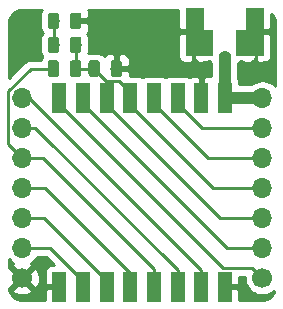
<source format=gtl>
G04 #@! TF.GenerationSoftware,KiCad,Pcbnew,(5.1.4)-1*
G04 #@! TF.CreationDate,2019-10-27T13:01:11+01:00*
G04 #@! TF.ProjectId,project,70726f6a-6563-4742-9e6b-696361645f70,1b*
G04 #@! TF.SameCoordinates,Original*
G04 #@! TF.FileFunction,Copper,L1,Top*
G04 #@! TF.FilePolarity,Positive*
%FSLAX46Y46*%
G04 Gerber Fmt 4.6, Leading zero omitted, Abs format (unit mm)*
G04 Created by KiCad (PCBNEW (5.1.4)-1) date 2019-10-27 13:01:11*
%MOMM*%
%LPD*%
G04 APERTURE LIST*
%ADD10R,1.200000X2.500000*%
%ADD11C,1.000000*%
%ADD12R,1.000000X1.050000*%
%ADD13R,1.050000X2.200000*%
%ADD14R,1.524000X4.064000*%
%ADD15C,0.100000*%
%ADD16C,0.975000*%
%ADD17O,1.700000X1.700000*%
%ADD18C,1.700000*%
%ADD19C,0.800000*%
%ADD20C,0.600000*%
%ADD21C,0.250000*%
%ADD22C,1.000000*%
%ADD23C,0.254000*%
G04 APERTURE END LIST*
D10*
X121130300Y-84278200D03*
X123130300Y-84278200D03*
X125130300Y-84278200D03*
X127130300Y-84278200D03*
X129130300Y-84278200D03*
X131130300Y-84278200D03*
X133130300Y-84278200D03*
X135130300Y-84278200D03*
X135130300Y-100278200D03*
X133130300Y-100278200D03*
X131130300Y-100278200D03*
X129130300Y-100278200D03*
X127130300Y-100278200D03*
X125130300Y-100278200D03*
X123130300Y-100278200D03*
X121130300Y-100278200D03*
D11*
X135126200Y-81113800D03*
D12*
X135126200Y-81098800D03*
D13*
X136601200Y-79593800D03*
X133651200Y-79593800D03*
D14*
X137666200Y-78663800D03*
X132586200Y-78663800D03*
D15*
G36*
X124346402Y-81091714D02*
G01*
X124370063Y-81095224D01*
X124393267Y-81101036D01*
X124415789Y-81109094D01*
X124437413Y-81119322D01*
X124457930Y-81131619D01*
X124477143Y-81145869D01*
X124494867Y-81161933D01*
X124510931Y-81179657D01*
X124525181Y-81198870D01*
X124537478Y-81219387D01*
X124547706Y-81241011D01*
X124555764Y-81263533D01*
X124561576Y-81286737D01*
X124565086Y-81310398D01*
X124566260Y-81334290D01*
X124566260Y-82246790D01*
X124565086Y-82270682D01*
X124561576Y-82294343D01*
X124555764Y-82317547D01*
X124547706Y-82340069D01*
X124537478Y-82361693D01*
X124525181Y-82382210D01*
X124510931Y-82401423D01*
X124494867Y-82419147D01*
X124477143Y-82435211D01*
X124457930Y-82449461D01*
X124437413Y-82461758D01*
X124415789Y-82471986D01*
X124393267Y-82480044D01*
X124370063Y-82485856D01*
X124346402Y-82489366D01*
X124322510Y-82490540D01*
X123835010Y-82490540D01*
X123811118Y-82489366D01*
X123787457Y-82485856D01*
X123764253Y-82480044D01*
X123741731Y-82471986D01*
X123720107Y-82461758D01*
X123699590Y-82449461D01*
X123680377Y-82435211D01*
X123662653Y-82419147D01*
X123646589Y-82401423D01*
X123632339Y-82382210D01*
X123620042Y-82361693D01*
X123609814Y-82340069D01*
X123601756Y-82317547D01*
X123595944Y-82294343D01*
X123592434Y-82270682D01*
X123591260Y-82246790D01*
X123591260Y-81334290D01*
X123592434Y-81310398D01*
X123595944Y-81286737D01*
X123601756Y-81263533D01*
X123609814Y-81241011D01*
X123620042Y-81219387D01*
X123632339Y-81198870D01*
X123646589Y-81179657D01*
X123662653Y-81161933D01*
X123680377Y-81145869D01*
X123699590Y-81131619D01*
X123720107Y-81119322D01*
X123741731Y-81109094D01*
X123764253Y-81101036D01*
X123787457Y-81095224D01*
X123811118Y-81091714D01*
X123835010Y-81090540D01*
X124322510Y-81090540D01*
X124346402Y-81091714D01*
X124346402Y-81091714D01*
G37*
D16*
X124078760Y-81790540D03*
D15*
G36*
X126221402Y-81091714D02*
G01*
X126245063Y-81095224D01*
X126268267Y-81101036D01*
X126290789Y-81109094D01*
X126312413Y-81119322D01*
X126332930Y-81131619D01*
X126352143Y-81145869D01*
X126369867Y-81161933D01*
X126385931Y-81179657D01*
X126400181Y-81198870D01*
X126412478Y-81219387D01*
X126422706Y-81241011D01*
X126430764Y-81263533D01*
X126436576Y-81286737D01*
X126440086Y-81310398D01*
X126441260Y-81334290D01*
X126441260Y-82246790D01*
X126440086Y-82270682D01*
X126436576Y-82294343D01*
X126430764Y-82317547D01*
X126422706Y-82340069D01*
X126412478Y-82361693D01*
X126400181Y-82382210D01*
X126385931Y-82401423D01*
X126369867Y-82419147D01*
X126352143Y-82435211D01*
X126332930Y-82449461D01*
X126312413Y-82461758D01*
X126290789Y-82471986D01*
X126268267Y-82480044D01*
X126245063Y-82485856D01*
X126221402Y-82489366D01*
X126197510Y-82490540D01*
X125710010Y-82490540D01*
X125686118Y-82489366D01*
X125662457Y-82485856D01*
X125639253Y-82480044D01*
X125616731Y-82471986D01*
X125595107Y-82461758D01*
X125574590Y-82449461D01*
X125555377Y-82435211D01*
X125537653Y-82419147D01*
X125521589Y-82401423D01*
X125507339Y-82382210D01*
X125495042Y-82361693D01*
X125484814Y-82340069D01*
X125476756Y-82317547D01*
X125470944Y-82294343D01*
X125467434Y-82270682D01*
X125466260Y-82246790D01*
X125466260Y-81334290D01*
X125467434Y-81310398D01*
X125470944Y-81286737D01*
X125476756Y-81263533D01*
X125484814Y-81241011D01*
X125495042Y-81219387D01*
X125507339Y-81198870D01*
X125521589Y-81179657D01*
X125537653Y-81161933D01*
X125555377Y-81145869D01*
X125574590Y-81131619D01*
X125595107Y-81119322D01*
X125616731Y-81109094D01*
X125639253Y-81101036D01*
X125662457Y-81095224D01*
X125686118Y-81091714D01*
X125710010Y-81090540D01*
X126197510Y-81090540D01*
X126221402Y-81091714D01*
X126221402Y-81091714D01*
G37*
D16*
X125953760Y-81790540D03*
D15*
G36*
X122761922Y-81091714D02*
G01*
X122785583Y-81095224D01*
X122808787Y-81101036D01*
X122831309Y-81109094D01*
X122852933Y-81119322D01*
X122873450Y-81131619D01*
X122892663Y-81145869D01*
X122910387Y-81161933D01*
X122926451Y-81179657D01*
X122940701Y-81198870D01*
X122952998Y-81219387D01*
X122963226Y-81241011D01*
X122971284Y-81263533D01*
X122977096Y-81286737D01*
X122980606Y-81310398D01*
X122981780Y-81334290D01*
X122981780Y-82246790D01*
X122980606Y-82270682D01*
X122977096Y-82294343D01*
X122971284Y-82317547D01*
X122963226Y-82340069D01*
X122952998Y-82361693D01*
X122940701Y-82382210D01*
X122926451Y-82401423D01*
X122910387Y-82419147D01*
X122892663Y-82435211D01*
X122873450Y-82449461D01*
X122852933Y-82461758D01*
X122831309Y-82471986D01*
X122808787Y-82480044D01*
X122785583Y-82485856D01*
X122761922Y-82489366D01*
X122738030Y-82490540D01*
X122250530Y-82490540D01*
X122226638Y-82489366D01*
X122202977Y-82485856D01*
X122179773Y-82480044D01*
X122157251Y-82471986D01*
X122135627Y-82461758D01*
X122115110Y-82449461D01*
X122095897Y-82435211D01*
X122078173Y-82419147D01*
X122062109Y-82401423D01*
X122047859Y-82382210D01*
X122035562Y-82361693D01*
X122025334Y-82340069D01*
X122017276Y-82317547D01*
X122011464Y-82294343D01*
X122007954Y-82270682D01*
X122006780Y-82246790D01*
X122006780Y-81334290D01*
X122007954Y-81310398D01*
X122011464Y-81286737D01*
X122017276Y-81263533D01*
X122025334Y-81241011D01*
X122035562Y-81219387D01*
X122047859Y-81198870D01*
X122062109Y-81179657D01*
X122078173Y-81161933D01*
X122095897Y-81145869D01*
X122115110Y-81131619D01*
X122135627Y-81119322D01*
X122157251Y-81109094D01*
X122179773Y-81101036D01*
X122202977Y-81095224D01*
X122226638Y-81091714D01*
X122250530Y-81090540D01*
X122738030Y-81090540D01*
X122761922Y-81091714D01*
X122761922Y-81091714D01*
G37*
D16*
X122494280Y-81790540D03*
D15*
G36*
X120886922Y-81091714D02*
G01*
X120910583Y-81095224D01*
X120933787Y-81101036D01*
X120956309Y-81109094D01*
X120977933Y-81119322D01*
X120998450Y-81131619D01*
X121017663Y-81145869D01*
X121035387Y-81161933D01*
X121051451Y-81179657D01*
X121065701Y-81198870D01*
X121077998Y-81219387D01*
X121088226Y-81241011D01*
X121096284Y-81263533D01*
X121102096Y-81286737D01*
X121105606Y-81310398D01*
X121106780Y-81334290D01*
X121106780Y-82246790D01*
X121105606Y-82270682D01*
X121102096Y-82294343D01*
X121096284Y-82317547D01*
X121088226Y-82340069D01*
X121077998Y-82361693D01*
X121065701Y-82382210D01*
X121051451Y-82401423D01*
X121035387Y-82419147D01*
X121017663Y-82435211D01*
X120998450Y-82449461D01*
X120977933Y-82461758D01*
X120956309Y-82471986D01*
X120933787Y-82480044D01*
X120910583Y-82485856D01*
X120886922Y-82489366D01*
X120863030Y-82490540D01*
X120375530Y-82490540D01*
X120351638Y-82489366D01*
X120327977Y-82485856D01*
X120304773Y-82480044D01*
X120282251Y-82471986D01*
X120260627Y-82461758D01*
X120240110Y-82449461D01*
X120220897Y-82435211D01*
X120203173Y-82419147D01*
X120187109Y-82401423D01*
X120172859Y-82382210D01*
X120160562Y-82361693D01*
X120150334Y-82340069D01*
X120142276Y-82317547D01*
X120136464Y-82294343D01*
X120132954Y-82270682D01*
X120131780Y-82246790D01*
X120131780Y-81334290D01*
X120132954Y-81310398D01*
X120136464Y-81286737D01*
X120142276Y-81263533D01*
X120150334Y-81241011D01*
X120160562Y-81219387D01*
X120172859Y-81198870D01*
X120187109Y-81179657D01*
X120203173Y-81161933D01*
X120220897Y-81145869D01*
X120240110Y-81131619D01*
X120260627Y-81119322D01*
X120282251Y-81109094D01*
X120304773Y-81101036D01*
X120327977Y-81095224D01*
X120351638Y-81091714D01*
X120375530Y-81090540D01*
X120863030Y-81090540D01*
X120886922Y-81091714D01*
X120886922Y-81091714D01*
G37*
D16*
X120619280Y-81790540D03*
D15*
G36*
X122774622Y-77053114D02*
G01*
X122798283Y-77056624D01*
X122821487Y-77062436D01*
X122844009Y-77070494D01*
X122865633Y-77080722D01*
X122886150Y-77093019D01*
X122905363Y-77107269D01*
X122923087Y-77123333D01*
X122939151Y-77141057D01*
X122953401Y-77160270D01*
X122965698Y-77180787D01*
X122975926Y-77202411D01*
X122983984Y-77224933D01*
X122989796Y-77248137D01*
X122993306Y-77271798D01*
X122994480Y-77295690D01*
X122994480Y-78208190D01*
X122993306Y-78232082D01*
X122989796Y-78255743D01*
X122983984Y-78278947D01*
X122975926Y-78301469D01*
X122965698Y-78323093D01*
X122953401Y-78343610D01*
X122939151Y-78362823D01*
X122923087Y-78380547D01*
X122905363Y-78396611D01*
X122886150Y-78410861D01*
X122865633Y-78423158D01*
X122844009Y-78433386D01*
X122821487Y-78441444D01*
X122798283Y-78447256D01*
X122774622Y-78450766D01*
X122750730Y-78451940D01*
X122263230Y-78451940D01*
X122239338Y-78450766D01*
X122215677Y-78447256D01*
X122192473Y-78441444D01*
X122169951Y-78433386D01*
X122148327Y-78423158D01*
X122127810Y-78410861D01*
X122108597Y-78396611D01*
X122090873Y-78380547D01*
X122074809Y-78362823D01*
X122060559Y-78343610D01*
X122048262Y-78323093D01*
X122038034Y-78301469D01*
X122029976Y-78278947D01*
X122024164Y-78255743D01*
X122020654Y-78232082D01*
X122019480Y-78208190D01*
X122019480Y-77295690D01*
X122020654Y-77271798D01*
X122024164Y-77248137D01*
X122029976Y-77224933D01*
X122038034Y-77202411D01*
X122048262Y-77180787D01*
X122060559Y-77160270D01*
X122074809Y-77141057D01*
X122090873Y-77123333D01*
X122108597Y-77107269D01*
X122127810Y-77093019D01*
X122148327Y-77080722D01*
X122169951Y-77070494D01*
X122192473Y-77062436D01*
X122215677Y-77056624D01*
X122239338Y-77053114D01*
X122263230Y-77051940D01*
X122750730Y-77051940D01*
X122774622Y-77053114D01*
X122774622Y-77053114D01*
G37*
D16*
X122506980Y-77751940D03*
D15*
G36*
X120899622Y-77053114D02*
G01*
X120923283Y-77056624D01*
X120946487Y-77062436D01*
X120969009Y-77070494D01*
X120990633Y-77080722D01*
X121011150Y-77093019D01*
X121030363Y-77107269D01*
X121048087Y-77123333D01*
X121064151Y-77141057D01*
X121078401Y-77160270D01*
X121090698Y-77180787D01*
X121100926Y-77202411D01*
X121108984Y-77224933D01*
X121114796Y-77248137D01*
X121118306Y-77271798D01*
X121119480Y-77295690D01*
X121119480Y-78208190D01*
X121118306Y-78232082D01*
X121114796Y-78255743D01*
X121108984Y-78278947D01*
X121100926Y-78301469D01*
X121090698Y-78323093D01*
X121078401Y-78343610D01*
X121064151Y-78362823D01*
X121048087Y-78380547D01*
X121030363Y-78396611D01*
X121011150Y-78410861D01*
X120990633Y-78423158D01*
X120969009Y-78433386D01*
X120946487Y-78441444D01*
X120923283Y-78447256D01*
X120899622Y-78450766D01*
X120875730Y-78451940D01*
X120388230Y-78451940D01*
X120364338Y-78450766D01*
X120340677Y-78447256D01*
X120317473Y-78441444D01*
X120294951Y-78433386D01*
X120273327Y-78423158D01*
X120252810Y-78410861D01*
X120233597Y-78396611D01*
X120215873Y-78380547D01*
X120199809Y-78362823D01*
X120185559Y-78343610D01*
X120173262Y-78323093D01*
X120163034Y-78301469D01*
X120154976Y-78278947D01*
X120149164Y-78255743D01*
X120145654Y-78232082D01*
X120144480Y-78208190D01*
X120144480Y-77295690D01*
X120145654Y-77271798D01*
X120149164Y-77248137D01*
X120154976Y-77224933D01*
X120163034Y-77202411D01*
X120173262Y-77180787D01*
X120185559Y-77160270D01*
X120199809Y-77141057D01*
X120215873Y-77123333D01*
X120233597Y-77107269D01*
X120252810Y-77093019D01*
X120273327Y-77080722D01*
X120294951Y-77070494D01*
X120317473Y-77062436D01*
X120340677Y-77056624D01*
X120364338Y-77053114D01*
X120388230Y-77051940D01*
X120875730Y-77051940D01*
X120899622Y-77053114D01*
X120899622Y-77053114D01*
G37*
D16*
X120631980Y-77751940D03*
D15*
G36*
X120899622Y-79082574D02*
G01*
X120923283Y-79086084D01*
X120946487Y-79091896D01*
X120969009Y-79099954D01*
X120990633Y-79110182D01*
X121011150Y-79122479D01*
X121030363Y-79136729D01*
X121048087Y-79152793D01*
X121064151Y-79170517D01*
X121078401Y-79189730D01*
X121090698Y-79210247D01*
X121100926Y-79231871D01*
X121108984Y-79254393D01*
X121114796Y-79277597D01*
X121118306Y-79301258D01*
X121119480Y-79325150D01*
X121119480Y-80237650D01*
X121118306Y-80261542D01*
X121114796Y-80285203D01*
X121108984Y-80308407D01*
X121100926Y-80330929D01*
X121090698Y-80352553D01*
X121078401Y-80373070D01*
X121064151Y-80392283D01*
X121048087Y-80410007D01*
X121030363Y-80426071D01*
X121011150Y-80440321D01*
X120990633Y-80452618D01*
X120969009Y-80462846D01*
X120946487Y-80470904D01*
X120923283Y-80476716D01*
X120899622Y-80480226D01*
X120875730Y-80481400D01*
X120388230Y-80481400D01*
X120364338Y-80480226D01*
X120340677Y-80476716D01*
X120317473Y-80470904D01*
X120294951Y-80462846D01*
X120273327Y-80452618D01*
X120252810Y-80440321D01*
X120233597Y-80426071D01*
X120215873Y-80410007D01*
X120199809Y-80392283D01*
X120185559Y-80373070D01*
X120173262Y-80352553D01*
X120163034Y-80330929D01*
X120154976Y-80308407D01*
X120149164Y-80285203D01*
X120145654Y-80261542D01*
X120144480Y-80237650D01*
X120144480Y-79325150D01*
X120145654Y-79301258D01*
X120149164Y-79277597D01*
X120154976Y-79254393D01*
X120163034Y-79231871D01*
X120173262Y-79210247D01*
X120185559Y-79189730D01*
X120199809Y-79170517D01*
X120215873Y-79152793D01*
X120233597Y-79136729D01*
X120252810Y-79122479D01*
X120273327Y-79110182D01*
X120294951Y-79099954D01*
X120317473Y-79091896D01*
X120340677Y-79086084D01*
X120364338Y-79082574D01*
X120388230Y-79081400D01*
X120875730Y-79081400D01*
X120899622Y-79082574D01*
X120899622Y-79082574D01*
G37*
D16*
X120631980Y-79781400D03*
D15*
G36*
X122774622Y-79082574D02*
G01*
X122798283Y-79086084D01*
X122821487Y-79091896D01*
X122844009Y-79099954D01*
X122865633Y-79110182D01*
X122886150Y-79122479D01*
X122905363Y-79136729D01*
X122923087Y-79152793D01*
X122939151Y-79170517D01*
X122953401Y-79189730D01*
X122965698Y-79210247D01*
X122975926Y-79231871D01*
X122983984Y-79254393D01*
X122989796Y-79277597D01*
X122993306Y-79301258D01*
X122994480Y-79325150D01*
X122994480Y-80237650D01*
X122993306Y-80261542D01*
X122989796Y-80285203D01*
X122983984Y-80308407D01*
X122975926Y-80330929D01*
X122965698Y-80352553D01*
X122953401Y-80373070D01*
X122939151Y-80392283D01*
X122923087Y-80410007D01*
X122905363Y-80426071D01*
X122886150Y-80440321D01*
X122865633Y-80452618D01*
X122844009Y-80462846D01*
X122821487Y-80470904D01*
X122798283Y-80476716D01*
X122774622Y-80480226D01*
X122750730Y-80481400D01*
X122263230Y-80481400D01*
X122239338Y-80480226D01*
X122215677Y-80476716D01*
X122192473Y-80470904D01*
X122169951Y-80462846D01*
X122148327Y-80452618D01*
X122127810Y-80440321D01*
X122108597Y-80426071D01*
X122090873Y-80410007D01*
X122074809Y-80392283D01*
X122060559Y-80373070D01*
X122048262Y-80352553D01*
X122038034Y-80330929D01*
X122029976Y-80308407D01*
X122024164Y-80285203D01*
X122020654Y-80261542D01*
X122019480Y-80237650D01*
X122019480Y-79325150D01*
X122020654Y-79301258D01*
X122024164Y-79277597D01*
X122029976Y-79254393D01*
X122038034Y-79231871D01*
X122048262Y-79210247D01*
X122060559Y-79189730D01*
X122074809Y-79170517D01*
X122090873Y-79152793D01*
X122108597Y-79136729D01*
X122127810Y-79122479D01*
X122148327Y-79110182D01*
X122169951Y-79099954D01*
X122192473Y-79091896D01*
X122215677Y-79086084D01*
X122239338Y-79082574D01*
X122263230Y-79081400D01*
X122750730Y-79081400D01*
X122774622Y-79082574D01*
X122774622Y-79082574D01*
G37*
D16*
X122506980Y-79781400D03*
D17*
X117970300Y-84277200D03*
X117970300Y-86817200D03*
X117970300Y-89357200D03*
X117970300Y-91897200D03*
X117970300Y-94437200D03*
X117970300Y-96977200D03*
D18*
X117970300Y-99517200D03*
D17*
X138303000Y-84277200D03*
X138303000Y-86817200D03*
X138303000Y-89357200D03*
X138303000Y-91897200D03*
X138303000Y-94437200D03*
X138303000Y-96977200D03*
D18*
X138303000Y-99517200D03*
D19*
X135133080Y-100799900D03*
D20*
X117139720Y-81795620D03*
X131547620Y-81404460D03*
X132547620Y-81404460D03*
X133547620Y-81404460D03*
X136653540Y-81404460D03*
X137653540Y-81404460D03*
X138653540Y-81404460D03*
X131547620Y-82204460D03*
X132547620Y-82204460D03*
X133547620Y-82204460D03*
X136653540Y-82204460D03*
X137653540Y-82204460D03*
X138653540Y-82204460D03*
D19*
X135120380Y-81107278D03*
D21*
X135130300Y-100278200D02*
X135153398Y-100301298D01*
X135153398Y-100301298D02*
X135153398Y-100309680D01*
X137657840Y-78384400D02*
X136727840Y-79314400D01*
X132577840Y-78384400D02*
X133507840Y-79314400D01*
X122506980Y-77906400D02*
X122506980Y-77751940D01*
X137100919Y-91897200D02*
X138303000Y-91897200D01*
X134152640Y-91897200D02*
X137100919Y-91897200D01*
X127130300Y-84278200D02*
X127130300Y-84874860D01*
X127130300Y-84874860D02*
X134152640Y-91897200D01*
X122506980Y-81777840D02*
X122494280Y-81790540D01*
X122506980Y-79781400D02*
X122506980Y-81777840D01*
X122494280Y-81790540D02*
X124078760Y-81790540D01*
X127130300Y-83778200D02*
X127130300Y-84278200D01*
X126167650Y-82815550D02*
X127130300Y-83778200D01*
X125103770Y-82815550D02*
X126167650Y-82815550D01*
X124078760Y-81790540D02*
X125103770Y-82815550D01*
X123130300Y-99778200D02*
X123130300Y-100278200D01*
X120329300Y-96977200D02*
X123130300Y-99778200D01*
X117970300Y-96977200D02*
X120329300Y-96977200D01*
X125130300Y-99778200D02*
X125130300Y-100278200D01*
X119794380Y-94442280D02*
X125130300Y-99778200D01*
X117970300Y-94437200D02*
X117975380Y-94442280D01*
X117975380Y-94442280D02*
X119794380Y-94442280D01*
X127130300Y-99124260D02*
X127130300Y-100278200D01*
X119918480Y-91912440D02*
X127130300Y-99124260D01*
X117970300Y-91897200D02*
X117985540Y-91912440D01*
X117985540Y-91912440D02*
X119918480Y-91912440D01*
X117120301Y-88507201D02*
X117970300Y-89357200D01*
X116795299Y-88182199D02*
X117120301Y-88507201D01*
X116795299Y-83713199D02*
X116795299Y-88182199D01*
X129130300Y-98726500D02*
X129130300Y-100278200D01*
X119730520Y-89326720D02*
X129130300Y-98726500D01*
X117970300Y-89357200D02*
X118000780Y-89326720D01*
X118000780Y-89326720D02*
X119730520Y-89326720D01*
X118717958Y-81790540D02*
X116795299Y-83713199D01*
X120619280Y-81790540D02*
X118717958Y-81790540D01*
X131130300Y-98857060D02*
X131130300Y-100278200D01*
X117970300Y-86817200D02*
X119090440Y-86817200D01*
X119090440Y-86817200D02*
X131130300Y-98857060D01*
X133130300Y-99778200D02*
X133130300Y-100278200D01*
X133130300Y-98870780D02*
X133130300Y-99778200D01*
X117970300Y-84277200D02*
X118536720Y-84277200D01*
X118536720Y-84277200D02*
X133130300Y-98870780D01*
D22*
X138302000Y-84278200D02*
X138303000Y-84277200D01*
X135130300Y-84278200D02*
X138302000Y-84278200D01*
X135117840Y-80819400D02*
X135117840Y-80819400D01*
X135130300Y-84278200D02*
X135130300Y-81117198D01*
X135130300Y-81117198D02*
X135120380Y-81107278D01*
D21*
X137100919Y-86817200D02*
X138303000Y-86817200D01*
X133169300Y-86817200D02*
X137100919Y-86817200D01*
X131130300Y-84778200D02*
X133169300Y-86817200D01*
X131130300Y-84278200D02*
X131130300Y-84778200D01*
X137100919Y-89357200D02*
X138303000Y-89357200D01*
X133709300Y-89357200D02*
X137100919Y-89357200D01*
X129130300Y-84778200D02*
X133709300Y-89357200D01*
X129130300Y-84278200D02*
X129130300Y-84778200D01*
X137100919Y-94437200D02*
X138303000Y-94437200D01*
X134691120Y-94437200D02*
X137100919Y-94437200D01*
X125130300Y-84278200D02*
X125130300Y-84876380D01*
X125130300Y-84876380D02*
X134691120Y-94437200D01*
X137100919Y-96977200D02*
X138303000Y-96977200D01*
X135310880Y-96977200D02*
X137100919Y-96977200D01*
X123130300Y-84278200D02*
X123130300Y-84796620D01*
X123130300Y-84796620D02*
X135310880Y-96977200D01*
X137453001Y-98667201D02*
X138303000Y-99517200D01*
X135019681Y-98667201D02*
X137453001Y-98667201D01*
X121130300Y-84278200D02*
X121130300Y-84777820D01*
X121130300Y-84777820D02*
X135019681Y-98667201D01*
X120405920Y-79580740D02*
X120441480Y-79616300D01*
X120631980Y-77751940D02*
X120631980Y-79781400D01*
D23*
G36*
X136818000Y-99663460D02*
G01*
X136875068Y-99950358D01*
X136987010Y-100220611D01*
X137149525Y-100463832D01*
X137356368Y-100670675D01*
X137599589Y-100833190D01*
X137869842Y-100945132D01*
X138156740Y-101002200D01*
X138449260Y-101002200D01*
X138736158Y-100945132D01*
X139006411Y-100833190D01*
X139249632Y-100670675D01*
X139312156Y-100608151D01*
X139283176Y-100704135D01*
X139181003Y-100896295D01*
X139043454Y-101064947D01*
X138875762Y-101203673D01*
X138684324Y-101307183D01*
X138476426Y-101371539D01*
X138228467Y-101397600D01*
X136367956Y-101397600D01*
X136365300Y-100563950D01*
X136206550Y-100405200D01*
X135257300Y-100405200D01*
X135257300Y-100425200D01*
X135003300Y-100425200D01*
X135003300Y-100405200D01*
X134983300Y-100405200D01*
X134983300Y-100151200D01*
X135003300Y-100151200D01*
X135003300Y-100131200D01*
X135257300Y-100131200D01*
X135257300Y-100151200D01*
X136206550Y-100151200D01*
X136365300Y-99992450D01*
X136367101Y-99427201D01*
X136818000Y-99427201D01*
X136818000Y-99663460D01*
X136818000Y-99663460D01*
G37*
X136818000Y-99663460D02*
X136875068Y-99950358D01*
X136987010Y-100220611D01*
X137149525Y-100463832D01*
X137356368Y-100670675D01*
X137599589Y-100833190D01*
X137869842Y-100945132D01*
X138156740Y-101002200D01*
X138449260Y-101002200D01*
X138736158Y-100945132D01*
X139006411Y-100833190D01*
X139249632Y-100670675D01*
X139312156Y-100608151D01*
X139283176Y-100704135D01*
X139181003Y-100896295D01*
X139043454Y-101064947D01*
X138875762Y-101203673D01*
X138684324Y-101307183D01*
X138476426Y-101371539D01*
X138228467Y-101397600D01*
X136367956Y-101397600D01*
X136365300Y-100563950D01*
X136206550Y-100405200D01*
X135257300Y-100405200D01*
X135257300Y-100425200D01*
X135003300Y-100425200D01*
X135003300Y-100405200D01*
X134983300Y-100405200D01*
X134983300Y-100151200D01*
X135003300Y-100151200D01*
X135003300Y-100131200D01*
X135257300Y-100131200D01*
X135257300Y-100151200D01*
X136206550Y-100151200D01*
X136365300Y-99992450D01*
X136367101Y-99427201D01*
X136818000Y-99427201D01*
X136818000Y-99663460D01*
G36*
X120668780Y-98391482D02*
G01*
X120530300Y-98390128D01*
X120405818Y-98402388D01*
X120286120Y-98438698D01*
X120175806Y-98497663D01*
X120079115Y-98577015D01*
X119999763Y-98673706D01*
X119940798Y-98784020D01*
X119904488Y-98903718D01*
X119892228Y-99028200D01*
X119895300Y-99992450D01*
X120054050Y-100151200D01*
X121003300Y-100151200D01*
X121003300Y-100131200D01*
X121257300Y-100131200D01*
X121257300Y-100151200D01*
X121277300Y-100151200D01*
X121277300Y-100405200D01*
X121257300Y-100405200D01*
X121257300Y-100425200D01*
X121003300Y-100425200D01*
X121003300Y-100405200D01*
X120054050Y-100405200D01*
X119895300Y-100563950D01*
X119892644Y-101397600D01*
X118003804Y-101397600D01*
X117753704Y-101373078D01*
X117545365Y-101310176D01*
X117353205Y-101208003D01*
X117184553Y-101070454D01*
X117045827Y-100902762D01*
X116942317Y-100711324D01*
X116891016Y-100545597D01*
X117121508Y-100545597D01*
X117199143Y-100794672D01*
X117463183Y-100920571D01*
X117746711Y-100992539D01*
X118038831Y-101007811D01*
X118328319Y-100965799D01*
X118604047Y-100868119D01*
X118741457Y-100794672D01*
X118819092Y-100545597D01*
X117970300Y-99696805D01*
X117121508Y-100545597D01*
X116891016Y-100545597D01*
X116877961Y-100503426D01*
X116860862Y-100340732D01*
X116941903Y-100365992D01*
X117790695Y-99517200D01*
X118149905Y-99517200D01*
X118998697Y-100365992D01*
X119247772Y-100288357D01*
X119373671Y-100024317D01*
X119445639Y-99740789D01*
X119460911Y-99448669D01*
X119418899Y-99159181D01*
X119321219Y-98883453D01*
X119247772Y-98746043D01*
X118998697Y-98668408D01*
X118149905Y-99517200D01*
X117790695Y-99517200D01*
X116941903Y-98668408D01*
X116851900Y-98696461D01*
X116851900Y-97955244D01*
X116915166Y-98032334D01*
X117141286Y-98217906D01*
X117196711Y-98247531D01*
X117121508Y-98488803D01*
X117970300Y-99337595D01*
X118819092Y-98488803D01*
X118743889Y-98247531D01*
X118799314Y-98217906D01*
X119025434Y-98032334D01*
X119211006Y-97806214D01*
X119247895Y-97737200D01*
X120014499Y-97737200D01*
X120668780Y-98391482D01*
X120668780Y-98391482D01*
G37*
X120668780Y-98391482D02*
X120530300Y-98390128D01*
X120405818Y-98402388D01*
X120286120Y-98438698D01*
X120175806Y-98497663D01*
X120079115Y-98577015D01*
X119999763Y-98673706D01*
X119940798Y-98784020D01*
X119904488Y-98903718D01*
X119892228Y-99028200D01*
X119895300Y-99992450D01*
X120054050Y-100151200D01*
X121003300Y-100151200D01*
X121003300Y-100131200D01*
X121257300Y-100131200D01*
X121257300Y-100151200D01*
X121277300Y-100151200D01*
X121277300Y-100405200D01*
X121257300Y-100405200D01*
X121257300Y-100425200D01*
X121003300Y-100425200D01*
X121003300Y-100405200D01*
X120054050Y-100405200D01*
X119895300Y-100563950D01*
X119892644Y-101397600D01*
X118003804Y-101397600D01*
X117753704Y-101373078D01*
X117545365Y-101310176D01*
X117353205Y-101208003D01*
X117184553Y-101070454D01*
X117045827Y-100902762D01*
X116942317Y-100711324D01*
X116891016Y-100545597D01*
X117121508Y-100545597D01*
X117199143Y-100794672D01*
X117463183Y-100920571D01*
X117746711Y-100992539D01*
X118038831Y-101007811D01*
X118328319Y-100965799D01*
X118604047Y-100868119D01*
X118741457Y-100794672D01*
X118819092Y-100545597D01*
X117970300Y-99696805D01*
X117121508Y-100545597D01*
X116891016Y-100545597D01*
X116877961Y-100503426D01*
X116860862Y-100340732D01*
X116941903Y-100365992D01*
X117790695Y-99517200D01*
X118149905Y-99517200D01*
X118998697Y-100365992D01*
X119247772Y-100288357D01*
X119373671Y-100024317D01*
X119445639Y-99740789D01*
X119460911Y-99448669D01*
X119418899Y-99159181D01*
X119321219Y-98883453D01*
X119247772Y-98746043D01*
X118998697Y-98668408D01*
X118149905Y-99517200D01*
X117790695Y-99517200D01*
X116941903Y-98668408D01*
X116851900Y-98696461D01*
X116851900Y-97955244D01*
X116915166Y-98032334D01*
X117141286Y-98217906D01*
X117196711Y-98247531D01*
X117121508Y-98488803D01*
X117970300Y-99337595D01*
X118819092Y-98488803D01*
X118743889Y-98247531D01*
X118799314Y-98217906D01*
X119025434Y-98032334D01*
X119211006Y-97806214D01*
X119247895Y-97737200D01*
X120014499Y-97737200D01*
X120668780Y-98391482D01*
G36*
X131189200Y-78378050D02*
G01*
X131347950Y-78536800D01*
X132459200Y-78536800D01*
X132459200Y-78516800D01*
X132488215Y-78516800D01*
X132491200Y-79308050D01*
X132649950Y-79466800D01*
X132713200Y-79466800D01*
X132713200Y-79720800D01*
X132649950Y-79720800D01*
X132491200Y-79879550D01*
X132488128Y-80693800D01*
X132500388Y-80818282D01*
X132536698Y-80937980D01*
X132595663Y-81048294D01*
X132675015Y-81144985D01*
X132737026Y-81195876D01*
X132871950Y-81330800D01*
X133348200Y-81333872D01*
X133472682Y-81321612D01*
X133592380Y-81285302D01*
X133702694Y-81226337D01*
X133778200Y-81164371D01*
X133778200Y-81170050D01*
X133936950Y-81328800D01*
X133988128Y-81329457D01*
X133988128Y-81623800D01*
X133995301Y-81696629D01*
X133995301Y-82449827D01*
X133974480Y-82438698D01*
X133854782Y-82402388D01*
X133730300Y-82390128D01*
X133416050Y-82393200D01*
X133257300Y-82551950D01*
X133257300Y-84151200D01*
X133277300Y-84151200D01*
X133277300Y-84405200D01*
X133257300Y-84405200D01*
X133257300Y-84425200D01*
X133003300Y-84425200D01*
X133003300Y-84405200D01*
X132983300Y-84405200D01*
X132983300Y-84151200D01*
X133003300Y-84151200D01*
X133003300Y-82551950D01*
X132844550Y-82393200D01*
X132530300Y-82390128D01*
X132405818Y-82402388D01*
X132286120Y-82438698D01*
X132175806Y-82497663D01*
X132130300Y-82535009D01*
X132084794Y-82497663D01*
X131974480Y-82438698D01*
X131854782Y-82402388D01*
X131730300Y-82390128D01*
X130530300Y-82390128D01*
X130405818Y-82402388D01*
X130286120Y-82438698D01*
X130175806Y-82497663D01*
X130130300Y-82535009D01*
X130084794Y-82497663D01*
X129974480Y-82438698D01*
X129854782Y-82402388D01*
X129730300Y-82390128D01*
X128530300Y-82390128D01*
X128405818Y-82402388D01*
X128286120Y-82438698D01*
X128175806Y-82497663D01*
X128130300Y-82535009D01*
X128084794Y-82497663D01*
X127974480Y-82438698D01*
X127854782Y-82402388D01*
X127730300Y-82390128D01*
X127078587Y-82390128D01*
X127076260Y-82076290D01*
X126917510Y-81917540D01*
X126080760Y-81917540D01*
X126080760Y-81937540D01*
X125826760Y-81937540D01*
X125826760Y-81917540D01*
X125806760Y-81917540D01*
X125806760Y-81663540D01*
X125826760Y-81663540D01*
X125826760Y-80614290D01*
X126080760Y-80614290D01*
X126080760Y-81663540D01*
X126917510Y-81663540D01*
X127076260Y-81504790D01*
X127079332Y-81090540D01*
X127067072Y-80966058D01*
X127030762Y-80846360D01*
X126971797Y-80736046D01*
X126938769Y-80695800D01*
X131186128Y-80695800D01*
X131198388Y-80820282D01*
X131234698Y-80939980D01*
X131293663Y-81050294D01*
X131373015Y-81146985D01*
X131469706Y-81226337D01*
X131580020Y-81285302D01*
X131699718Y-81321612D01*
X131824200Y-81333872D01*
X132300450Y-81330800D01*
X132459200Y-81172050D01*
X132459200Y-78790800D01*
X131347950Y-78790800D01*
X131189200Y-78949550D01*
X131186128Y-80695800D01*
X126938769Y-80695800D01*
X126892445Y-80639355D01*
X126795754Y-80560003D01*
X126685440Y-80501038D01*
X126565742Y-80464728D01*
X126441260Y-80452468D01*
X126239510Y-80455540D01*
X126080760Y-80614290D01*
X125826760Y-80614290D01*
X125668010Y-80455540D01*
X125466260Y-80452468D01*
X125341778Y-80464728D01*
X125222080Y-80501038D01*
X125111766Y-80560003D01*
X125015075Y-80639355D01*
X124951268Y-80717104D01*
X124946052Y-80710748D01*
X124812424Y-80601082D01*
X124659969Y-80519593D01*
X124494545Y-80469412D01*
X124322510Y-80452468D01*
X123835010Y-80452468D01*
X123662975Y-80469412D01*
X123590853Y-80491290D01*
X123615608Y-80409685D01*
X123632552Y-80237650D01*
X123632552Y-79325150D01*
X123615608Y-79153115D01*
X123565427Y-78987691D01*
X123490817Y-78848106D01*
X123525017Y-78806434D01*
X123583982Y-78696120D01*
X123620292Y-78576422D01*
X123632552Y-78451940D01*
X123629480Y-78037690D01*
X123470730Y-77878940D01*
X122633980Y-77878940D01*
X122633980Y-77898940D01*
X122379980Y-77898940D01*
X122379980Y-77878940D01*
X122359980Y-77878940D01*
X122359980Y-77624940D01*
X122379980Y-77624940D01*
X122379980Y-77604940D01*
X122633980Y-77604940D01*
X122633980Y-77624940D01*
X123470730Y-77624940D01*
X123629480Y-77466190D01*
X123632552Y-77051940D01*
X123620292Y-76927458D01*
X123583982Y-76807760D01*
X123581823Y-76803720D01*
X131186430Y-76803720D01*
X131189200Y-78378050D01*
X131189200Y-78378050D01*
G37*
X131189200Y-78378050D02*
X131347950Y-78536800D01*
X132459200Y-78536800D01*
X132459200Y-78516800D01*
X132488215Y-78516800D01*
X132491200Y-79308050D01*
X132649950Y-79466800D01*
X132713200Y-79466800D01*
X132713200Y-79720800D01*
X132649950Y-79720800D01*
X132491200Y-79879550D01*
X132488128Y-80693800D01*
X132500388Y-80818282D01*
X132536698Y-80937980D01*
X132595663Y-81048294D01*
X132675015Y-81144985D01*
X132737026Y-81195876D01*
X132871950Y-81330800D01*
X133348200Y-81333872D01*
X133472682Y-81321612D01*
X133592380Y-81285302D01*
X133702694Y-81226337D01*
X133778200Y-81164371D01*
X133778200Y-81170050D01*
X133936950Y-81328800D01*
X133988128Y-81329457D01*
X133988128Y-81623800D01*
X133995301Y-81696629D01*
X133995301Y-82449827D01*
X133974480Y-82438698D01*
X133854782Y-82402388D01*
X133730300Y-82390128D01*
X133416050Y-82393200D01*
X133257300Y-82551950D01*
X133257300Y-84151200D01*
X133277300Y-84151200D01*
X133277300Y-84405200D01*
X133257300Y-84405200D01*
X133257300Y-84425200D01*
X133003300Y-84425200D01*
X133003300Y-84405200D01*
X132983300Y-84405200D01*
X132983300Y-84151200D01*
X133003300Y-84151200D01*
X133003300Y-82551950D01*
X132844550Y-82393200D01*
X132530300Y-82390128D01*
X132405818Y-82402388D01*
X132286120Y-82438698D01*
X132175806Y-82497663D01*
X132130300Y-82535009D01*
X132084794Y-82497663D01*
X131974480Y-82438698D01*
X131854782Y-82402388D01*
X131730300Y-82390128D01*
X130530300Y-82390128D01*
X130405818Y-82402388D01*
X130286120Y-82438698D01*
X130175806Y-82497663D01*
X130130300Y-82535009D01*
X130084794Y-82497663D01*
X129974480Y-82438698D01*
X129854782Y-82402388D01*
X129730300Y-82390128D01*
X128530300Y-82390128D01*
X128405818Y-82402388D01*
X128286120Y-82438698D01*
X128175806Y-82497663D01*
X128130300Y-82535009D01*
X128084794Y-82497663D01*
X127974480Y-82438698D01*
X127854782Y-82402388D01*
X127730300Y-82390128D01*
X127078587Y-82390128D01*
X127076260Y-82076290D01*
X126917510Y-81917540D01*
X126080760Y-81917540D01*
X126080760Y-81937540D01*
X125826760Y-81937540D01*
X125826760Y-81917540D01*
X125806760Y-81917540D01*
X125806760Y-81663540D01*
X125826760Y-81663540D01*
X125826760Y-80614290D01*
X126080760Y-80614290D01*
X126080760Y-81663540D01*
X126917510Y-81663540D01*
X127076260Y-81504790D01*
X127079332Y-81090540D01*
X127067072Y-80966058D01*
X127030762Y-80846360D01*
X126971797Y-80736046D01*
X126938769Y-80695800D01*
X131186128Y-80695800D01*
X131198388Y-80820282D01*
X131234698Y-80939980D01*
X131293663Y-81050294D01*
X131373015Y-81146985D01*
X131469706Y-81226337D01*
X131580020Y-81285302D01*
X131699718Y-81321612D01*
X131824200Y-81333872D01*
X132300450Y-81330800D01*
X132459200Y-81172050D01*
X132459200Y-78790800D01*
X131347950Y-78790800D01*
X131189200Y-78949550D01*
X131186128Y-80695800D01*
X126938769Y-80695800D01*
X126892445Y-80639355D01*
X126795754Y-80560003D01*
X126685440Y-80501038D01*
X126565742Y-80464728D01*
X126441260Y-80452468D01*
X126239510Y-80455540D01*
X126080760Y-80614290D01*
X125826760Y-80614290D01*
X125668010Y-80455540D01*
X125466260Y-80452468D01*
X125341778Y-80464728D01*
X125222080Y-80501038D01*
X125111766Y-80560003D01*
X125015075Y-80639355D01*
X124951268Y-80717104D01*
X124946052Y-80710748D01*
X124812424Y-80601082D01*
X124659969Y-80519593D01*
X124494545Y-80469412D01*
X124322510Y-80452468D01*
X123835010Y-80452468D01*
X123662975Y-80469412D01*
X123590853Y-80491290D01*
X123615608Y-80409685D01*
X123632552Y-80237650D01*
X123632552Y-79325150D01*
X123615608Y-79153115D01*
X123565427Y-78987691D01*
X123490817Y-78848106D01*
X123525017Y-78806434D01*
X123583982Y-78696120D01*
X123620292Y-78576422D01*
X123632552Y-78451940D01*
X123629480Y-78037690D01*
X123470730Y-77878940D01*
X122633980Y-77878940D01*
X122633980Y-77898940D01*
X122379980Y-77898940D01*
X122379980Y-77878940D01*
X122359980Y-77878940D01*
X122359980Y-77624940D01*
X122379980Y-77624940D01*
X122379980Y-77604940D01*
X122633980Y-77604940D01*
X122633980Y-77624940D01*
X123470730Y-77624940D01*
X123629480Y-77466190D01*
X123632552Y-77051940D01*
X123620292Y-76927458D01*
X123583982Y-76807760D01*
X123581823Y-76803720D01*
X131186430Y-76803720D01*
X131189200Y-78378050D01*
G36*
X139176670Y-77298553D02*
G01*
X139280183Y-77489995D01*
X139344539Y-77697894D01*
X139370601Y-77945862D01*
X139370601Y-83237257D01*
X139358134Y-83222066D01*
X139132014Y-83036494D01*
X138874034Y-82898601D01*
X138594111Y-82813687D01*
X138375950Y-82792200D01*
X138230050Y-82792200D01*
X138011889Y-82813687D01*
X137731966Y-82898601D01*
X137473986Y-83036494D01*
X137343964Y-83143200D01*
X136368372Y-83143200D01*
X136368372Y-83028200D01*
X136356112Y-82903718D01*
X136319802Y-82784020D01*
X136265300Y-82682056D01*
X136265300Y-81329444D01*
X136315450Y-81328800D01*
X136474200Y-81170050D01*
X136474200Y-81164371D01*
X136549706Y-81226337D01*
X136660020Y-81285302D01*
X136779718Y-81321612D01*
X136904200Y-81333872D01*
X137380450Y-81330800D01*
X137515374Y-81195876D01*
X137577385Y-81144985D01*
X137656737Y-81048294D01*
X137715702Y-80937980D01*
X137752012Y-80818282D01*
X137764272Y-80693800D01*
X137761200Y-79879550D01*
X137602450Y-79720800D01*
X137539200Y-79720800D01*
X137539200Y-79466800D01*
X137602450Y-79466800D01*
X137761200Y-79308050D01*
X137763151Y-78790800D01*
X137793200Y-78790800D01*
X137793200Y-81172050D01*
X137951950Y-81330800D01*
X138428200Y-81333872D01*
X138552682Y-81321612D01*
X138672380Y-81285302D01*
X138782694Y-81226337D01*
X138879385Y-81146985D01*
X138958737Y-81050294D01*
X139017702Y-80939980D01*
X139054012Y-80820282D01*
X139066272Y-80695800D01*
X139063200Y-78949550D01*
X138904450Y-78790800D01*
X137793200Y-78790800D01*
X137763151Y-78790800D01*
X137764185Y-78516800D01*
X137793200Y-78516800D01*
X137793200Y-78536800D01*
X138904450Y-78536800D01*
X139063200Y-78378050D01*
X139065336Y-77163973D01*
X139176670Y-77298553D01*
X139176670Y-77298553D01*
G37*
X139176670Y-77298553D02*
X139280183Y-77489995D01*
X139344539Y-77697894D01*
X139370601Y-77945862D01*
X139370601Y-83237257D01*
X139358134Y-83222066D01*
X139132014Y-83036494D01*
X138874034Y-82898601D01*
X138594111Y-82813687D01*
X138375950Y-82792200D01*
X138230050Y-82792200D01*
X138011889Y-82813687D01*
X137731966Y-82898601D01*
X137473986Y-83036494D01*
X137343964Y-83143200D01*
X136368372Y-83143200D01*
X136368372Y-83028200D01*
X136356112Y-82903718D01*
X136319802Y-82784020D01*
X136265300Y-82682056D01*
X136265300Y-81329444D01*
X136315450Y-81328800D01*
X136474200Y-81170050D01*
X136474200Y-81164371D01*
X136549706Y-81226337D01*
X136660020Y-81285302D01*
X136779718Y-81321612D01*
X136904200Y-81333872D01*
X137380450Y-81330800D01*
X137515374Y-81195876D01*
X137577385Y-81144985D01*
X137656737Y-81048294D01*
X137715702Y-80937980D01*
X137752012Y-80818282D01*
X137764272Y-80693800D01*
X137761200Y-79879550D01*
X137602450Y-79720800D01*
X137539200Y-79720800D01*
X137539200Y-79466800D01*
X137602450Y-79466800D01*
X137761200Y-79308050D01*
X137763151Y-78790800D01*
X137793200Y-78790800D01*
X137793200Y-81172050D01*
X137951950Y-81330800D01*
X138428200Y-81333872D01*
X138552682Y-81321612D01*
X138672380Y-81285302D01*
X138782694Y-81226337D01*
X138879385Y-81146985D01*
X138958737Y-81050294D01*
X139017702Y-80939980D01*
X139054012Y-80820282D01*
X139066272Y-80695800D01*
X139063200Y-78949550D01*
X138904450Y-78790800D01*
X137793200Y-78790800D01*
X137763151Y-78790800D01*
X137764185Y-78516800D01*
X137793200Y-78516800D01*
X137793200Y-78536800D01*
X138904450Y-78536800D01*
X139063200Y-78378050D01*
X139065336Y-77163973D01*
X139176670Y-77298553D01*
G36*
X119655022Y-76805776D02*
G01*
X119573533Y-76958231D01*
X119523352Y-77123655D01*
X119506408Y-77295690D01*
X119506408Y-78208190D01*
X119523352Y-78380225D01*
X119573533Y-78545649D01*
X119655022Y-78698104D01*
X119711293Y-78766670D01*
X119655022Y-78835236D01*
X119573533Y-78987691D01*
X119523352Y-79153115D01*
X119506408Y-79325150D01*
X119506408Y-80237650D01*
X119523352Y-80409685D01*
X119573533Y-80575109D01*
X119655022Y-80727564D01*
X119696605Y-80778233D01*
X119642322Y-80844376D01*
X119560833Y-80996831D01*
X119550607Y-81030540D01*
X118755280Y-81030540D01*
X118717957Y-81026864D01*
X118680634Y-81030540D01*
X118680625Y-81030540D01*
X118568972Y-81041537D01*
X118425711Y-81084994D01*
X118293682Y-81155566D01*
X118277643Y-81168729D01*
X118206954Y-81226741D01*
X118206950Y-81226745D01*
X118177957Y-81250539D01*
X118154163Y-81279532D01*
X116851900Y-82581796D01*
X116851900Y-77955623D01*
X116876422Y-77705524D01*
X116939324Y-77497185D01*
X117041497Y-77305025D01*
X117179047Y-77136372D01*
X117346733Y-76997650D01*
X117538175Y-76894137D01*
X117746074Y-76829781D01*
X117994033Y-76803720D01*
X119656709Y-76803720D01*
X119655022Y-76805776D01*
X119655022Y-76805776D01*
G37*
X119655022Y-76805776D02*
X119573533Y-76958231D01*
X119523352Y-77123655D01*
X119506408Y-77295690D01*
X119506408Y-78208190D01*
X119523352Y-78380225D01*
X119573533Y-78545649D01*
X119655022Y-78698104D01*
X119711293Y-78766670D01*
X119655022Y-78835236D01*
X119573533Y-78987691D01*
X119523352Y-79153115D01*
X119506408Y-79325150D01*
X119506408Y-80237650D01*
X119523352Y-80409685D01*
X119573533Y-80575109D01*
X119655022Y-80727564D01*
X119696605Y-80778233D01*
X119642322Y-80844376D01*
X119560833Y-80996831D01*
X119550607Y-81030540D01*
X118755280Y-81030540D01*
X118717957Y-81026864D01*
X118680634Y-81030540D01*
X118680625Y-81030540D01*
X118568972Y-81041537D01*
X118425711Y-81084994D01*
X118293682Y-81155566D01*
X118277643Y-81168729D01*
X118206954Y-81226741D01*
X118206950Y-81226745D01*
X118177957Y-81250539D01*
X118154163Y-81279532D01*
X116851900Y-82581796D01*
X116851900Y-77955623D01*
X116876422Y-77705524D01*
X116939324Y-77497185D01*
X117041497Y-77305025D01*
X117179047Y-77136372D01*
X117346733Y-76997650D01*
X117538175Y-76894137D01*
X117746074Y-76829781D01*
X117994033Y-76803720D01*
X119656709Y-76803720D01*
X119655022Y-76805776D01*
M02*

</source>
